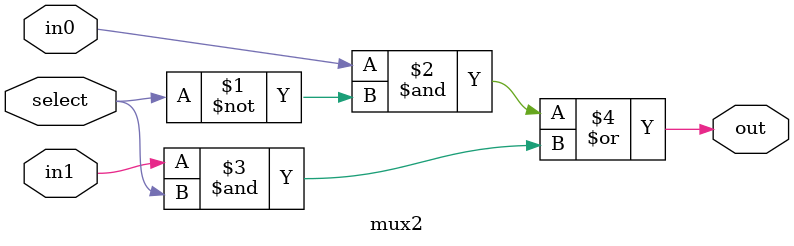
<source format=v>
`timescale 1ns / 1ps
module mux2(
    input in0,
    input in1,
    input select,
    output out
    );
	assign out= (in0 & ~select) | (in1 & select);

endmodule

</source>
